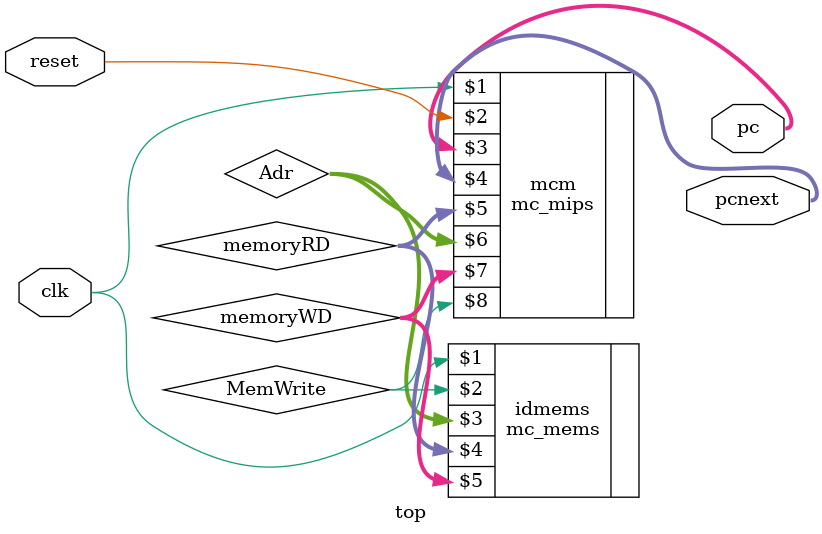
<source format=v>
`include "mc_mips.v"
`include "mc_mems.v"



module top(

    clk,reset,pc,pcnext

);

input wire clk,reset;
output wire[31:0] pc,pcnext;


//local params

wire[31:0] memoryRD,memoryWD,Adr;
wire MemWrite;



mc_mips mcm(clk,reset,pc,pcnext,memoryRD,Adr,memoryWD,MemWrite);

mc_mems idmems(clk,MemWrite,Adr,memoryRD,memoryWD);


endmodule
</source>
